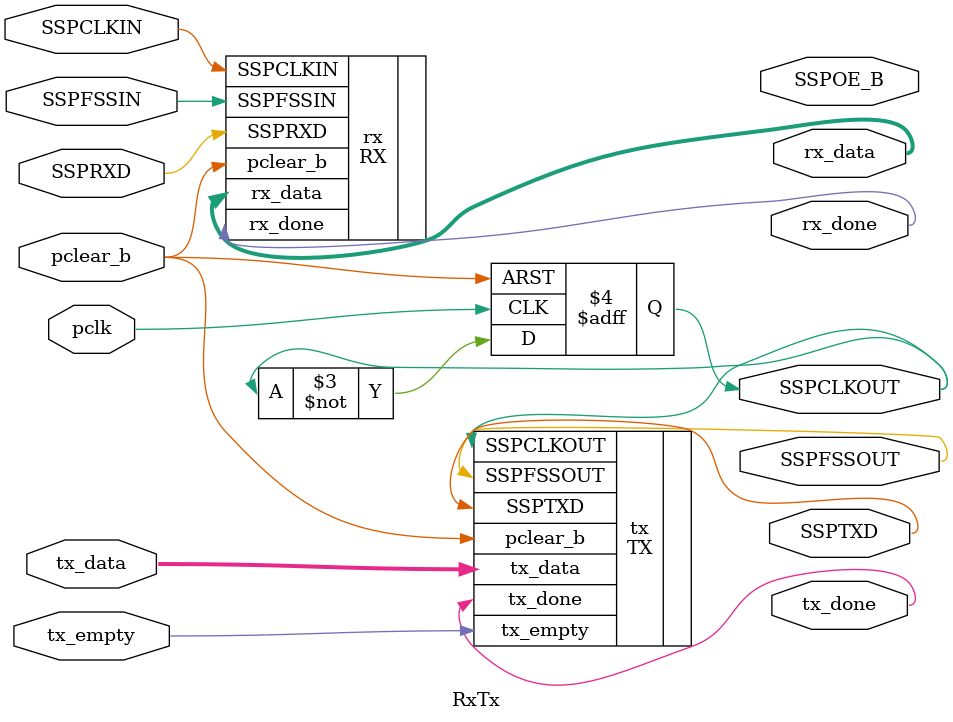
<source format=v>

module RxTx(
  input pclk, pclear_b,
  
  // tx 
  input [7:0] tx_data,
  input tx_empty,
  output reg SSPOE_B, SSPCLKOUT,
  output SSPTXD, SSPFSSOUT,
  output tx_done,

  // rx
  output [7:0] rx_data,
  input SSPCLKIN, SSPFSSIN, SSPRXD,
  output rx_done
);

  // generate output clk
  always @ (posedge pclk, negedge pclear_b) begin 
    if(!pclear_b)  SSPCLKOUT = 0; 
    else SSPCLKOUT = ~SSPCLKOUT;
  end

  TX tx(
    .pclear_b(pclear_b), .SSPCLKOUT(SSPCLKOUT),
    .tx_empty(tx_empty),
    .tx_data(tx_data),
    .SSPTXD(SSPTXD), .SSPFSSOUT(SSPFSSOUT),
    .tx_done(tx_done)
  );

  RX rx(
    .pclear_b(pclear_b),
    .rx_data(rx_data),
    .SSPCLKIN(SSPCLKIN), .SSPFSSIN(SSPFSSIN), .SSPRXD(SSPRXD),
    .rx_done(rx_done)
  );
  
endmodule


</source>
